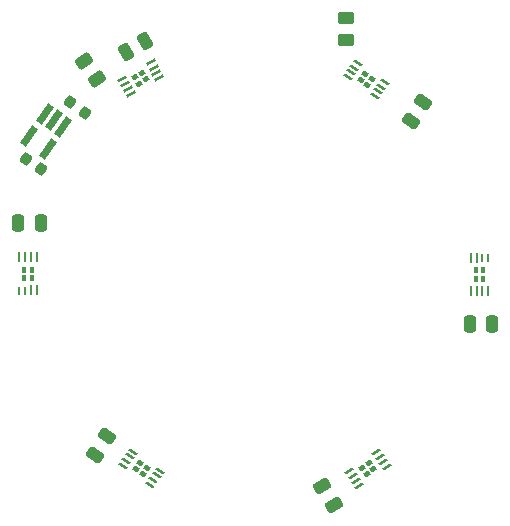
<source format=gbr>
%TF.GenerationSoftware,KiCad,Pcbnew,7.0.10*%
%TF.CreationDate,2024-07-08T18:10:28-07:00*%
%TF.ProjectId,Thermistor Ring,54686572-6d69-4737-946f-722052696e67,rev?*%
%TF.SameCoordinates,Original*%
%TF.FileFunction,Paste,Top*%
%TF.FilePolarity,Positive*%
%FSLAX46Y46*%
G04 Gerber Fmt 4.6, Leading zero omitted, Abs format (unit mm)*
G04 Created by KiCad (PCBNEW 7.0.10) date 2024-07-08 18:10:28*
%MOMM*%
%LPD*%
G01*
G04 APERTURE LIST*
G04 Aperture macros list*
%AMRoundRect*
0 Rectangle with rounded corners*
0 $1 Rounding radius*
0 $2 $3 $4 $5 $6 $7 $8 $9 X,Y pos of 4 corners*
0 Add a 4 corners polygon primitive as box body*
4,1,4,$2,$3,$4,$5,$6,$7,$8,$9,$2,$3,0*
0 Add four circle primitives for the rounded corners*
1,1,$1+$1,$2,$3*
1,1,$1+$1,$4,$5*
1,1,$1+$1,$6,$7*
1,1,$1+$1,$8,$9*
0 Add four rect primitives between the rounded corners*
20,1,$1+$1,$2,$3,$4,$5,0*
20,1,$1+$1,$4,$5,$6,$7,0*
20,1,$1+$1,$6,$7,$8,$9,0*
20,1,$1+$1,$8,$9,$2,$3,0*%
%AMRotRect*
0 Rectangle, with rotation*
0 The origin of the aperture is its center*
0 $1 length*
0 $2 width*
0 $3 Rotation angle, in degrees counterclockwise*
0 Add horizontal line*
21,1,$1,$2,0,0,$3*%
G04 Aperture macros list end*
%ADD10RotRect,0.803400X0.229998X30.000000*%
%ADD11RotRect,0.812800X0.229998X30.000000*%
%ADD12RotRect,0.497036X0.419336X30.000000*%
%ADD13RotRect,0.494072X0.418672X30.000000*%
%ADD14RotRect,0.803400X0.229998X145.000000*%
%ADD15RotRect,0.812800X0.229998X145.000000*%
%ADD16RotRect,0.497036X0.419336X145.000000*%
%ADD17RotRect,0.494072X0.418672X145.000000*%
%ADD18RotRect,0.803400X0.229998X325.000000*%
%ADD19RotRect,0.812800X0.229998X325.000000*%
%ADD20RotRect,0.497036X0.419336X325.000000*%
%ADD21RotRect,0.494072X0.418672X325.000000*%
%ADD22R,0.229998X0.803400*%
%ADD23R,0.229998X0.812800*%
%ADD24R,0.419336X0.497036*%
%ADD25R,0.418672X0.494072*%
%ADD26RotRect,0.803400X0.229998X215.000000*%
%ADD27RotRect,0.812800X0.229998X215.000000*%
%ADD28RotRect,0.497036X0.419336X215.000000*%
%ADD29RotRect,0.494072X0.418672X215.000000*%
%ADD30RoundRect,0.250000X0.536362X0.020994X0.286362X0.454006X-0.536362X-0.020994X-0.286362X-0.454006X0*%
%ADD31RoundRect,0.225000X0.327703X0.075733X-0.040915X0.333843X-0.327703X-0.075733X0.040915X-0.333843X0*%
%ADD32RoundRect,0.250000X-0.020994X0.536362X-0.454006X0.286362X0.020994X-0.536362X0.454006X-0.286362X0*%
%ADD33RoundRect,0.250000X-0.250000X-0.475000X0.250000X-0.475000X0.250000X0.475000X-0.250000X0.475000X0*%
%ADD34RoundRect,0.250000X0.250000X0.475000X-0.250000X0.475000X-0.250000X-0.475000X0.250000X-0.475000X0*%
%ADD35RoundRect,0.250000X0.245703X-0.477237X0.532491X-0.067661X-0.245703X0.477237X-0.532491X0.067661X0*%
%ADD36RotRect,1.805236X0.612132X235.000000*%
%ADD37RoundRect,0.250000X-0.519182X-0.043082X-0.218055X-0.473137X0.519182X0.043082X0.218055X0.473137X0*%
%ADD38RoundRect,0.250000X-0.450000X0.262500X-0.450000X-0.262500X0.450000X-0.262500X0.450000X0.262500X0*%
%ADD39RoundRect,0.250000X-0.245703X0.477237X-0.532491X0.067661X0.245703X-0.477237X0.532491X-0.067661X0*%
G04 APERTURE END LIST*
D10*
%TO.C,U2*%
X64116586Y-39424106D03*
X64364085Y-39852788D03*
D11*
X64618156Y-40283450D03*
X64868156Y-40716464D03*
X67287831Y-39319464D03*
X67037830Y-38886450D03*
X66787830Y-38453438D03*
X66537830Y-38020424D03*
D12*
X65556002Y-39810883D03*
D13*
X65247783Y-39274069D03*
X65851102Y-38924976D03*
X66161102Y-39461912D03*
%TD*%
D14*
%TO.C,U6*%
X66484721Y-73804505D03*
X66768640Y-73399025D03*
D15*
X67051579Y-72986753D03*
X67338367Y-72577176D03*
X65049656Y-70974604D03*
X64762868Y-71384181D03*
X64476079Y-71793757D03*
X64189291Y-72203334D03*
D16*
X66226937Y-72336492D03*
D17*
X65870676Y-72842700D03*
X65299317Y-72443440D03*
X65654934Y-71935566D03*
%TD*%
D18*
%TO.C,U7*%
X84067545Y-38050872D03*
X83783626Y-38456352D03*
D19*
X83500687Y-38868624D03*
X83213899Y-39278201D03*
X85502610Y-40880773D03*
X85789398Y-40471196D03*
X86076187Y-40061620D03*
X86362975Y-39652043D03*
D20*
X84325329Y-39518885D03*
D21*
X84681590Y-39012677D03*
X85252949Y-39411937D03*
X84897332Y-39919811D03*
%TD*%
D22*
%TO.C,U5*%
X95134640Y-54576163D03*
X94639641Y-54576163D03*
D23*
X94139641Y-54580863D03*
X93639640Y-54580863D03*
X93639640Y-57374863D03*
X94139641Y-57374863D03*
X94639641Y-57374863D03*
X95139642Y-57374863D03*
D24*
X94079973Y-55629345D03*
D25*
X94698977Y-55630827D03*
X94699641Y-56327863D03*
X94079641Y-56327863D03*
%TD*%
D22*
%TO.C,U3*%
X55417642Y-57332780D03*
X55912641Y-57332780D03*
D23*
X56412641Y-57328080D03*
X56912642Y-57328080D03*
X56912642Y-54534080D03*
X56412641Y-54534080D03*
X55912641Y-54534080D03*
X55412640Y-54534080D03*
D24*
X56472309Y-56279598D03*
D25*
X55853305Y-56278116D03*
X55852641Y-55581080D03*
X56472641Y-55581080D03*
%TD*%
D26*
%TO.C,U4*%
X86516352Y-72235367D03*
X86232433Y-71829888D03*
D27*
X85941794Y-71423008D03*
X85655006Y-71013431D03*
X83366295Y-72616003D03*
X83653083Y-73025580D03*
X83939872Y-73435156D03*
X84226660Y-73844733D03*
D28*
X85048704Y-71975515D03*
D29*
X85402536Y-72483424D03*
X84831938Y-72883771D03*
X84476321Y-72375897D03*
%TD*%
D30*
%TO.C,C1*%
X82037632Y-75503272D03*
X81087632Y-73857824D03*
%TD*%
D31*
%TO.C,C8*%
X57237848Y-47051075D03*
X55968162Y-46162031D03*
%TD*%
D32*
%TO.C,C3*%
X66075926Y-36199867D03*
X64430478Y-37149867D03*
%TD*%
D33*
%TO.C,C2*%
X55319894Y-51609985D03*
X57219894Y-51609985D03*
%TD*%
D34*
%TO.C,C6*%
X95473387Y-60189733D03*
X93573387Y-60189733D03*
%TD*%
D35*
%TO.C,C5*%
X61792191Y-71215347D03*
X62881987Y-69658959D03*
%TD*%
D31*
%TO.C,C7*%
X60988312Y-42295598D03*
X59718626Y-41406554D03*
%TD*%
D36*
%TO.C,U1*%
X59140848Y-43461138D03*
X58362653Y-42916239D03*
X57584458Y-42371341D03*
X56264678Y-44256182D03*
X57821068Y-45345979D03*
%TD*%
D37*
%TO.C,R3*%
X60938071Y-37918522D03*
X61984847Y-39413474D03*
%TD*%
D38*
%TO.C,R2*%
X83070187Y-34278995D03*
X83070187Y-36103995D03*
%TD*%
D39*
%TO.C,C4*%
X89642365Y-41397337D03*
X88552569Y-42953725D03*
%TD*%
M02*

</source>
